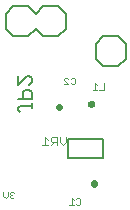
<source format=gbo>
G75*
%MOIN*%
%OFA0B0*%
%FSLAX25Y25*%
%IPPOS*%
%LPD*%
%AMOC8*
5,1,8,0,0,1.08239X$1,22.5*
%
%ADD10C,0.00200*%
%ADD11C,0.02200*%
%ADD12C,0.00500*%
%ADD13C,0.00300*%
%ADD14C,0.00800*%
D10*
X0002909Y0013895D02*
X0002175Y0014629D01*
X0002175Y0016097D01*
X0003643Y0016097D02*
X0003643Y0014629D01*
X0002909Y0013895D01*
X0004385Y0014262D02*
X0004752Y0013895D01*
X0005486Y0013895D01*
X0005853Y0014262D01*
X0005119Y0014996D02*
X0004752Y0014996D01*
X0004385Y0014629D01*
X0004385Y0014262D01*
X0004752Y0014996D02*
X0004385Y0015363D01*
X0004385Y0015730D01*
X0004752Y0016097D01*
X0005486Y0016097D01*
X0005853Y0015730D01*
X0024158Y0011763D02*
X0025626Y0011763D01*
X0026368Y0012130D02*
X0026735Y0011763D01*
X0027469Y0011763D01*
X0027836Y0012130D01*
X0027836Y0013598D01*
X0027469Y0013965D01*
X0026735Y0013965D01*
X0026368Y0013598D01*
X0025626Y0013231D02*
X0024892Y0013965D01*
X0024892Y0011763D01*
X0031935Y0050124D02*
X0033403Y0050124D01*
X0032669Y0050124D02*
X0032669Y0052325D01*
X0033403Y0051592D01*
X0034145Y0050124D02*
X0035613Y0050124D01*
X0035613Y0052325D01*
X0026024Y0052209D02*
X0025658Y0051842D01*
X0024924Y0051842D01*
X0024557Y0052209D01*
X0023815Y0051842D02*
X0022347Y0053310D01*
X0022347Y0053677D01*
X0022714Y0054044D01*
X0023448Y0054044D01*
X0023815Y0053677D01*
X0024557Y0053677D02*
X0024924Y0054044D01*
X0025658Y0054044D01*
X0026024Y0053677D01*
X0026024Y0052209D01*
X0023815Y0051842D02*
X0022347Y0051842D01*
D11*
X0020837Y0044307D02*
X0020596Y0044307D01*
X0032488Y0018837D02*
X0032488Y0018596D01*
D12*
X0035283Y0027378D02*
X0035283Y0033677D01*
X0023866Y0033677D01*
X0023866Y0027378D01*
X0035283Y0027378D01*
X0030683Y0045291D02*
X0030685Y0045349D01*
X0030691Y0045407D01*
X0030701Y0045464D01*
X0030714Y0045521D01*
X0030732Y0045576D01*
X0030753Y0045630D01*
X0030777Y0045683D01*
X0030806Y0045734D01*
X0030837Y0045782D01*
X0030872Y0045829D01*
X0030910Y0045873D01*
X0030950Y0045914D01*
X0030994Y0045953D01*
X0031040Y0045988D01*
X0031088Y0046021D01*
X0031138Y0046050D01*
X0031191Y0046075D01*
X0031244Y0046097D01*
X0031299Y0046116D01*
X0031356Y0046130D01*
X0031413Y0046141D01*
X0031470Y0046148D01*
X0031528Y0046151D01*
X0031587Y0046150D01*
X0031644Y0046145D01*
X0031702Y0046136D01*
X0031759Y0046124D01*
X0031814Y0046107D01*
X0031869Y0046087D01*
X0031922Y0046063D01*
X0031973Y0046036D01*
X0032022Y0046005D01*
X0032069Y0045971D01*
X0032114Y0045934D01*
X0032156Y0045894D01*
X0032196Y0045851D01*
X0032232Y0045806D01*
X0032265Y0045758D01*
X0032295Y0045708D01*
X0032321Y0045657D01*
X0032344Y0045603D01*
X0032364Y0045548D01*
X0032379Y0045492D01*
X0032391Y0045436D01*
X0032399Y0045378D01*
X0032403Y0045320D01*
X0032403Y0045262D01*
X0032399Y0045204D01*
X0032391Y0045146D01*
X0032379Y0045090D01*
X0032364Y0045034D01*
X0032344Y0044979D01*
X0032321Y0044925D01*
X0032295Y0044874D01*
X0032265Y0044824D01*
X0032232Y0044776D01*
X0032196Y0044731D01*
X0032156Y0044688D01*
X0032114Y0044648D01*
X0032069Y0044611D01*
X0032022Y0044577D01*
X0031973Y0044546D01*
X0031922Y0044519D01*
X0031869Y0044495D01*
X0031814Y0044475D01*
X0031759Y0044458D01*
X0031702Y0044446D01*
X0031644Y0044437D01*
X0031587Y0044432D01*
X0031528Y0044431D01*
X0031470Y0044434D01*
X0031413Y0044441D01*
X0031356Y0044452D01*
X0031299Y0044466D01*
X0031244Y0044485D01*
X0031191Y0044507D01*
X0031138Y0044532D01*
X0031088Y0044561D01*
X0031040Y0044594D01*
X0030994Y0044629D01*
X0030950Y0044668D01*
X0030910Y0044709D01*
X0030872Y0044753D01*
X0030837Y0044800D01*
X0030806Y0044848D01*
X0030777Y0044899D01*
X0030753Y0044952D01*
X0030732Y0045006D01*
X0030714Y0045061D01*
X0030701Y0045118D01*
X0030691Y0045175D01*
X0030685Y0045233D01*
X0030683Y0045291D01*
X0031443Y0045291D02*
X0031445Y0045311D01*
X0031451Y0045329D01*
X0031460Y0045347D01*
X0031472Y0045362D01*
X0031487Y0045374D01*
X0031505Y0045383D01*
X0031523Y0045389D01*
X0031543Y0045391D01*
X0031563Y0045389D01*
X0031581Y0045383D01*
X0031599Y0045374D01*
X0031614Y0045362D01*
X0031626Y0045347D01*
X0031635Y0045329D01*
X0031641Y0045311D01*
X0031643Y0045291D01*
X0031641Y0045271D01*
X0031635Y0045253D01*
X0031626Y0045235D01*
X0031614Y0045220D01*
X0031599Y0045208D01*
X0031581Y0045199D01*
X0031563Y0045193D01*
X0031543Y0045191D01*
X0031523Y0045193D01*
X0031505Y0045199D01*
X0031487Y0045208D01*
X0031472Y0045220D01*
X0031460Y0045235D01*
X0031451Y0045253D01*
X0031445Y0045271D01*
X0031443Y0045291D01*
X0031043Y0045291D02*
X0031045Y0045335D01*
X0031051Y0045379D01*
X0031061Y0045422D01*
X0031074Y0045464D01*
X0031091Y0045505D01*
X0031112Y0045544D01*
X0031136Y0045581D01*
X0031163Y0045616D01*
X0031193Y0045648D01*
X0031226Y0045678D01*
X0031262Y0045704D01*
X0031299Y0045728D01*
X0031339Y0045747D01*
X0031380Y0045764D01*
X0031423Y0045776D01*
X0031466Y0045785D01*
X0031510Y0045790D01*
X0031554Y0045791D01*
X0031598Y0045788D01*
X0031642Y0045781D01*
X0031685Y0045770D01*
X0031727Y0045756D01*
X0031767Y0045738D01*
X0031806Y0045716D01*
X0031842Y0045692D01*
X0031876Y0045664D01*
X0031908Y0045633D01*
X0031937Y0045599D01*
X0031963Y0045563D01*
X0031985Y0045525D01*
X0032004Y0045485D01*
X0032019Y0045443D01*
X0032031Y0045401D01*
X0032039Y0045357D01*
X0032043Y0045313D01*
X0032043Y0045269D01*
X0032039Y0045225D01*
X0032031Y0045181D01*
X0032019Y0045139D01*
X0032004Y0045097D01*
X0031985Y0045057D01*
X0031963Y0045019D01*
X0031937Y0044983D01*
X0031908Y0044949D01*
X0031876Y0044918D01*
X0031842Y0044890D01*
X0031806Y0044866D01*
X0031767Y0044844D01*
X0031727Y0044826D01*
X0031685Y0044812D01*
X0031642Y0044801D01*
X0031598Y0044794D01*
X0031554Y0044791D01*
X0031510Y0044792D01*
X0031466Y0044797D01*
X0031423Y0044806D01*
X0031380Y0044818D01*
X0031339Y0044835D01*
X0031299Y0044854D01*
X0031262Y0044878D01*
X0031226Y0044904D01*
X0031193Y0044934D01*
X0031163Y0044966D01*
X0031136Y0045001D01*
X0031112Y0045038D01*
X0031091Y0045077D01*
X0031074Y0045118D01*
X0031061Y0045160D01*
X0031051Y0045203D01*
X0031045Y0045247D01*
X0031043Y0045291D01*
X0011617Y0045544D02*
X0011617Y0044043D01*
X0011617Y0044793D02*
X0007864Y0044793D01*
X0007113Y0044043D01*
X0007113Y0043292D01*
X0007864Y0042541D01*
X0008614Y0047145D02*
X0008614Y0049397D01*
X0009365Y0050148D01*
X0010866Y0050148D01*
X0011617Y0049397D01*
X0011617Y0047145D01*
X0007113Y0047145D01*
X0007113Y0051749D02*
X0010116Y0054752D01*
X0010866Y0054752D01*
X0011617Y0054001D01*
X0011617Y0052500D01*
X0010866Y0051749D01*
X0007113Y0051749D02*
X0007113Y0054752D01*
D13*
X0016029Y0034446D02*
X0016029Y0031544D01*
X0016996Y0031544D02*
X0015061Y0031544D01*
X0016996Y0033479D02*
X0016029Y0034446D01*
X0018008Y0033962D02*
X0018008Y0032995D01*
X0018492Y0032511D01*
X0019943Y0032511D01*
X0019943Y0031544D02*
X0019943Y0034446D01*
X0018492Y0034446D01*
X0018008Y0033962D01*
X0018975Y0032511D02*
X0018008Y0031544D01*
X0020954Y0032511D02*
X0020954Y0034446D01*
X0020954Y0032511D02*
X0021922Y0031544D01*
X0022889Y0032511D01*
X0022889Y0034446D01*
D14*
X0035421Y0057850D02*
X0032921Y0060350D01*
X0032921Y0065350D01*
X0035421Y0067850D01*
X0040421Y0067850D01*
X0042921Y0065350D01*
X0042921Y0060350D01*
X0040421Y0057850D01*
X0035421Y0057850D01*
X0022921Y0070350D02*
X0022921Y0075350D01*
X0020421Y0077850D01*
X0015421Y0077850D01*
X0012921Y0075350D01*
X0010421Y0077850D01*
X0005421Y0077850D01*
X0002921Y0075350D01*
X0002921Y0070350D01*
X0005421Y0067850D01*
X0010421Y0067850D01*
X0012921Y0070350D01*
X0015421Y0067850D01*
X0020421Y0067850D01*
X0022921Y0070350D01*
M02*

</source>
